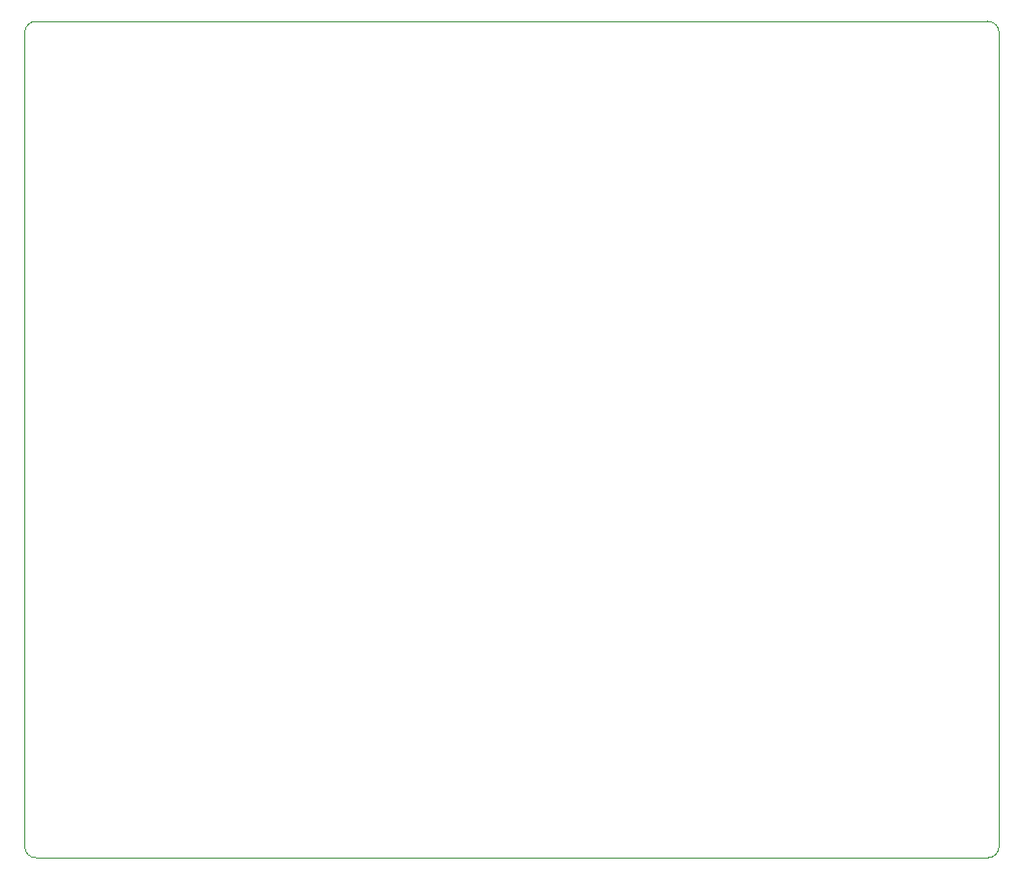
<source format=gm1>
%TF.GenerationSoftware,KiCad,Pcbnew,9.0.4*%
%TF.CreationDate,2026-02-10T01:46:23-05:00*%
%TF.ProjectId,main_board_v3,6d61696e-5f62-46f6-9172-645f76332e6b,rev?*%
%TF.SameCoordinates,Original*%
%TF.FileFunction,Profile,NP*%
%FSLAX46Y46*%
G04 Gerber Fmt 4.6, Leading zero omitted, Abs format (unit mm)*
G04 Created by KiCad (PCBNEW 9.0.4) date 2026-02-10 01:46:23*
%MOMM*%
%LPD*%
G01*
G04 APERTURE LIST*
%TA.AperFunction,Profile*%
%ADD10C,0.050000*%
%TD*%
G04 APERTURE END LIST*
D10*
X52000000Y-87500000D02*
G75*
G02*
X51000000Y-86500000I0J1000000D01*
G01*
X136000000Y-15500000D02*
X136000000Y-86500000D01*
X135000000Y-14500000D02*
X52000000Y-14500000D01*
X51000000Y-15500000D02*
G75*
G02*
X52000000Y-14500000I1000000J0D01*
G01*
X52000000Y-87500000D02*
X135000000Y-87500000D01*
X135000000Y-14500000D02*
G75*
G02*
X136000000Y-15500000I0J-1000000D01*
G01*
X136000000Y-86500000D02*
G75*
G02*
X135000000Y-87500000I-1000000J0D01*
G01*
X51000000Y-15500000D02*
X51000000Y-86500000D01*
M02*

</source>
